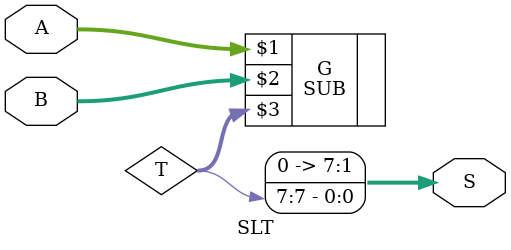
<source format=v>
`timescale 1ns / 1ps
module SLT #(parameter N = 8)
(
    input [N-1:0] A,
    input [N-1:0] B,
    output [N-1:0] S
);
	 wire [N-1:0] T;
	 
	 SUB #(N) G(A, B, T);
	 
	 assign S[0] = T[N-1];
	 assign S[N-1:1] = 31'b0;
	 
endmodule

</source>
